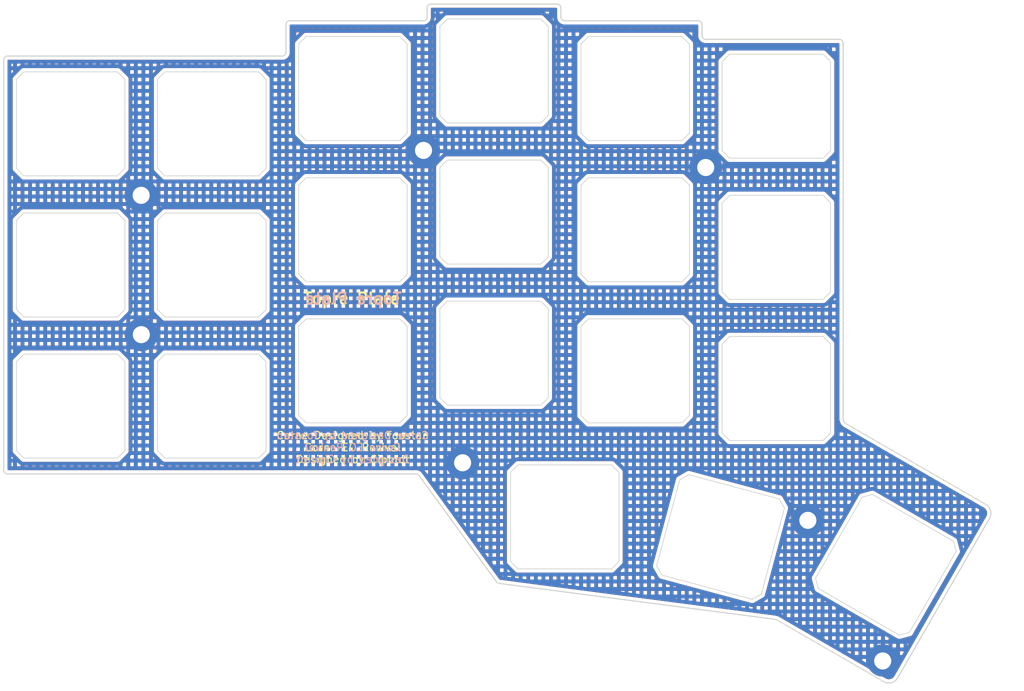
<source format=kicad_pcb>
(kicad_pcb (version 20211014) (generator pcbnew)
  (title_block (title "Corne EC Revival | NIZ Plate") (date "2022-01-28") (rev "1.0") (comment 1 "Copyright © 2024 Cipulot") (comment 2 "CC-BY-NC-SA-4.0"))
  (layers (0 "F.Cu" signal) (31 "B.Cu" signal) (34 "B.Paste" user) (35 "F.Paste" user) (36 "B.SilkS" user "B.Silkscreen") (37 "F.SilkS" user "F.Silkscreen") (38 "B.Mask" user) (39 "F.Mask" user) (44 "Edge.Cuts" user))
  (net 0 "")
  (net 1 "GNDA")
  (footprint "kbd:M2_Hole_TH" (layer "F.Cu") (at 105.6886 90.45)
    (fp_text reference "" (at 0 -3.2) (layer "F.SilkS"))
    (fp_text value "")
    (pad "" thru_hole circle locked (at 0 0) (size 4.2 4.2) (drill 2.3) (layers *.Cu *.Mask) (net 1 "GNDA"))
  )
  (footprint "kbd:M2_Hole_TH" (layer "F.Cu") (at 105.665 71.7)
    (fp_text reference "" (at 0 -3.2) (layer "F.SilkS"))
    (fp_text value "")
    (pad "" thru_hole circle locked (at 0 0) (size 4.2 4.2) (drill 2.3) (layers *.Cu *.Mask) (net 1 "GNDA"))
  )
  (footprint "kbd:M2_Hole_TH" (layer "F.Cu") (at 181.665 67.95)
    (fp_text reference "" (at 0 -3.2) (layer "F.SilkS"))
    (fp_text value "")
    (pad "" thru_hole circle locked (at 0 0) (size 4.2 4.2) (drill 2.3) (layers *.Cu *.Mask) (net 1 "GNDA"))
  )
  (footprint "kbd:M2_Hole_TH" (layer "F.Cu") (at 195.415 115.45)
    (fp_text reference "" (at 0 -3.2) (layer "F.SilkS"))
    (fp_text value "")
    (pad "" thru_hole circle locked (at 0 0) (size 4.2 4.2) (drill 2.3) (layers *.Cu *.Mask) (net 1 "GNDA"))
  )
  (footprint "kbd:M2_Hole_TH" (layer "F.Cu") (at 143.675 65.65)
    (fp_text reference "" (at 0 -3.2) (layer "F.SilkS"))
    (fp_text value "")
    (pad "" thru_hole circle locked (at 0 0) (size 4.2 4.2) (drill 2.3) (layers *.Cu *.Mask) (net 1 "GNDA"))
  )
  (footprint "kbd:M2_Hole_TH" (layer "F.Cu") (at 205.49 134.3788)
    (fp_text reference "" (at 0 -3.2) (layer "F.SilkS"))
    (fp_text value "")
    (pad "" thru_hole circle locked (at 0 0) (size 4.2 4.2) (drill 2.3) (layers *.Cu *.Mask) (net 1 "GNDA"))
  )
  (footprint "kbd:M2_Hole_TH" (layer "F.Cu") (at 148.9386 107.7)
    (fp_text reference "" (at 0 -3.2) (layer "F.SilkS"))
    (fp_text value "")
    (pad "" thru_hole circle locked (at 0 0) (size 4.2 4.2) (drill 2.3) (layers *.Cu *.Mask) (net 1 "GNDA"))
  )
  (gr_line (start 168.995 107.985) (end 156.395 107.985) (layer "Edge.Cuts") (width 0.1))
  (gr_line (start 179.475 63.325) (end 179.475 51.325) (layer "Edge.Cuts") (width 0.1))
  (gr_line (start 159.475 99.95) (end 160.475 98.95) (layer "Edge.Cuts") (width 0.1))
  (gr_line (start 198.475 72.7) (end 197.475 71.7) (layer "Edge.Cuts") (width 0.1))
  (gr_line (start 197.475 85.7) (end 198.475 84.7) (layer "Edge.Cuts") (width 0.1))
  (gr_line (start 102.475 55.075) (end 89.875 55.075) (layer "Edge.Cuts") (width 0.1))
  (gr_line (start 121.475 93.075) (end 108.875 93.075) (layer "Edge.Cuts") (width 0.1))
  (gr_arc (start 144.165 46.45) (mid 144.311447 46.096447) (end 144.665 45.95) (layer "Edge.Cuts") (width 0.15))
  (gr_line (start 169.995 120.985) (end 169.995 108.985) (layer "Edge.Cuts") (width 0.1))
  (gr_line (start 178.475 88.325) (end 165.875 88.325) (layer "Edge.Cuts") (width 0.1))
  (gr_line (start 140.475 102.325) (end 141.475 101.325) (layer "Edge.Cuts") (width 0.1))
  (gr_line (start 169.995 108.985) (end 168.995 107.985) (layer "Edge.Cuts") (width 0.1))
  (gr_line (start 175.759934 122.82492) (end 187.930599 126.08604) (layer "Edge.Cuts") (width 0.1))
  (gr_line (start 107.875 106.075) (end 108.875 107.075) (layer "Edge.Cuts") (width 0.1))
  (gr_line (start 197.475 104.7) (end 198.475 103.7) (layer "Edge.Cuts") (width 0.1))
  (gr_line (start 88.875 75.075) (end 88.875 87.075) (layer "Edge.Cuts") (width 0.1))
  (gr_line (start 145.875 79.95) (end 146.875 80.95) (layer "Edge.Cuts") (width 0.1))
  (gr_arc (start 200.515 102.425) (mid 200.261093 102.13374) (end 200.162282 101.760192) (layer "Edge.Cuts") (width 0.15))
  (gr_line (start 121.475 74.075) (end 108.875 74.075) (layer "Edge.Cuts") (width 0.1))
  (gr_line (start 198.475 91.7) (end 197.475 90.7) (layer "Edge.Cuts") (width 0.1))
  (gr_line (start 165.875 83.325) (end 178.475 83.325) (layer "Edge.Cuts") (width 0.1))
  (gr_arc (start 125.165 52.45) (mid 125.018553 52.803553) (end 124.665 52.95) (layer "Edge.Cuts") (width 0.15))
  (gr_arc (start 87.665 109.2) (mid 87.311447 109.053553) (end 87.165 108.7) (layer "Edge.Cuts") (width 0.15))
  (gr_line (start 89.875 69.075) (end 102.475 69.075) (layer "Edge.Cuts") (width 0.1))
  (gr_line (start 108.875 93.075) (end 107.875 94.075) (layer "Edge.Cuts") (width 0.1))
  (gr_line (start 127.875 88.325) (end 126.875 89.325) (layer "Edge.Cuts") (width 0.1))
  (gr_line (start 164.875 82.325) (end 165.875 83.325) (layer "Edge.Cuts") (width 0.1))
  (gr_line (start 141.475 70.325) (end 140.475 69.325) (layer "Edge.Cuts") (width 0.1))
  (gr_line (start 219.435509 113.346988) (end 200.515 102.425) (layer "Edge.Cuts") (width 0.15))
  (gr_line (start 160.475 60.95) (end 160.475 48.95) (layer "Edge.Cuts") (width 0.1))
  (gr_line (start 204.10904 111.963015) (end 202.743015 112.32904) (layer "Edge.Cuts") (width 0.1))
  (gr_line (start 127.875 69.325) (end 126.875 70.325) (layer "Edge.Cuts") (width 0.1))
  (gr_line (start 122.475 87.075) (end 122.475 75.075) (layer "Edge.Cuts") (width 0.1))
  (gr_line (start 126.875 51.325) (end 126.875 63.325) (layer "Edge.Cuts") (width 0.1))
  (gr_line (start 140.475 64.325) (end 141.475 63.325) (layer "Edge.Cuts") (width 0.1))
  (gr_line (start 122.475 75.075) (end 121.475 74.075) (layer "Edge.Cuts") (width 0.1))
  (gr_line (start 142.665 109.2) (end 87.665 109.2) (layer "Edge.Cuts") (width 0.15))
  (gr_line (start 140.475 69.325) (end 127.875 69.325) (layer "Edge.Cuts") (width 0.1))
  (gr_line (start 156.395 121.985) (end 168.995 121.985) (layer "Edge.Cuts") (width 0.1))
  (gr_arc (start 144.165 47.7) (mid 144.018553 48.053553) (end 143.665 48.2) (layer "Edge.Cuts") (width 0.15))
  (gr_line (start 145.875 67.95) (end 145.875 79.95) (layer "Edge.Cuts") (width 0.1))
  (gr_line (start 140.475 88.325) (end 127.875 88.325) (layer "Edge.Cuts") (width 0.1))
  (gr_line (start 191.554066 112.563078) (end 179.383401 109.301958) (layer "Edge.Cuts") (width 0.1))
  (gr_line (start 183.875 91.7) (end 183.875 103.7) (layer "Edge.Cuts") (width 0.1))
  (gr_line (start 102.475 107.075) (end 103.475 106.075) (layer "Edge.Cuts") (width 0.1))
  (gr_arc (start 162.665 48.2) (mid 162.311447 48.053553) (end 162.165 47.7) (layer "Edge.Cuts") (width 0.15))
  (gr_line (start 159.475 85.95) (end 146.875 85.95) (layer "Edge.Cuts") (width 0.1))
  (gr_line (start 198.475 103.7) (end 198.475 91.7) (layer "Edge.Cuts") (width 0.1))
  (gr_line (start 184.875 71.7) (end 183.875 72.7) (layer "Edge.Cuts") (width 0.1))
  (gr_line (start 107.875 87.075) (end 108.875 88.075) (layer "Edge.Cuts") (width 0.1))
  (gr_line (start 165.875 102.325) (end 178.475 102.325) (layer "Edge.Cuts") (width 0.1))
  (gr_line (start 108.875 107.075) (end 121.475 107.075) (layer "Edge.Cuts") (width 0.1))
  (gr_arc (start 161.665 45.95) (mid 162.018553 46.096447) (end 162.165 46.45) (layer "Edge.Cuts") (width 0.15))
  (gr_line (start 164.875 89.325) (end 164.875 101.325) (layer "Edge.Cuts") (width 0.1))
  (gr_line (start 126.875 82.325) (end 127.875 83.325) (layer "Edge.Cuts") (width 0.1))
  (gr_line (start 141.475 101.325) (end 141.475 89.325) (layer "Edge.Cuts") (width 0.1))
  (gr_line (start 153.915 123.95) (end 190.585556 128.720344) (layer "Edge.Cuts") (width 0.15))
  (gr_line (start 140.475 50.325) (end 127.875 50.325) (layer "Edge.Cuts") (width 0.1))
  (gr_line (start 189.155344 125.378933) (end 192.261173 113.787823) (layer "Edge.Cuts") (width 0.1))
  (gr_line (start 160.475 86.95) (end 159.475 85.95) (layer "Edge.Cuts") (width 0.1))
  (gr_line (start 165.875 69.325) (end 164.875 70.325) (layer "Edge.Cuts") (width 0.1))
  (gr_line (start 178.475 69.325) (end 165.875 69.325) (layer "Edge.Cuts") (width 0.1))
  (gr_line (start 162.165 47.7) (end 162.165 46.45) (layer "Edge.Cuts") (width 0.15))
  (gr_line (start 155.395 108.985) (end 155.395 120.985) (layer "Edge.Cuts") (width 0.1))
  (gr_line (start 183.875 84.7) (end 184.875 85.7) (layer "Edge.Cuts") (width 0.1))
  (gr_line (start 146.875 85.95) (end 145.875 86.95) (layer "Edge.Cuts") (width 0.1))
  (gr_line (start 126.875 70.325) (end 126.875 82.325) (layer "Edge.Cuts") (width 0.1))
  (gr_line (start 141.475 82.325) (end 141.475 70.325) (layer "Edge.Cuts") (width 0.1))
  (gr_line (start 145.875 60.95) (end 146.875 61.95) (layer "Edge.Cuts") (width 0.1))
  (gr_line (start 89.875 107.075) (end 102.475 107.075) (layer "Edge.Cuts") (width 0.1))
  (gr_line (start 125.165 48.7) (end 125.165 52.45) (layer "Edge.Cuts") (width 0.15))
  (gr_line (start 178.158656 110.009065) (end 175.052827 121.600175) (layer "Edge.Cuts") (width 0.1))
  (gr_line (start 145.875 86.95) (end 145.875 98.95) (layer "Edge.Cuts") (width 0.1))
  (gr_line (start 165.875 64.325) (end 178.475 64.325) (layer "Edge.Cuts") (width 0.1))
  (gr_line (start 145.875 48.95) (end 145.875 60.95) (layer "Edge.Cuts") (width 0.1))
  (gr_line (start 165.875 88.325) (end 164.875 89.325) (layer "Edge.Cuts") (width 0.1))
  (gr_line (start 187.930599 126.08604) (end 189.155344 125.378933) (layer "Edge.Cuts") (width 0.1))
  (gr_line (start 215.02096 118.263015) (end 204.10904 111.963015) (layer "Edge.Cuts") (width 0.1))
  (gr_line (start 121.475 88.075) (end 122.475 87.075) (layer "Edge.Cuts") (width 0.1))
  (gr_line (start 198.475 65.7) (end 198.475 53.7) (layer "Edge.Cuts") (width 0.1))
  (gr_line (start 179.383401 109.301958) (end 178.158656 110.009065) (layer "Edge.Cuts") (width 0.1))
  (gr_line (start 179.475 51.325) (end 178.475 50.325) (layer "Edge.Cuts") (width 0.1))
  (gr_line (start 146.875 47.95) (end 145.875 48.95) (layer "Edge.Cuts") (width 0.1))
  (gr_line (start 141.475 51.325) (end 140.475 50.325) (layer "Edge.Cuts") (width 0.1))
  (gr_line (start 160.475 67.95) (end 159.475 66.95) (layer "Edge.Cuts") (width 0.1))
  (gr_line (start 215.386985 119.62904) (end 215.02096 118.263015) (layer "Edge.Cuts") (width 0.1))
  (gr_line (start 159.475 61.95) (end 160.475 60.95) (layer "Edge.Cuts") (width 0.1))
  (gr_line (start 88.875 106.075) (end 89.875 107.075) (layer "Edge.Cuts") (width 0.1))
  (gr_line (start 155.395 120.985) (end 156.395 121.985) (layer "Edge.Cuts") (width 0.1))
  (gr_line (start 159.475 66.95) (end 146.875 66.95) (layer "Edge.Cuts") (width 0.1))
  (gr_line (start 121.475 69.075) (end 122.475 68.075) (layer "Edge.Cuts") (width 0.1))
  (gr_line (start 164.875 101.325) (end 165.875 102.325) (layer "Edge.Cuts") (width 0.1))
  (gr_line (start 140.475 83.325) (end 141.475 82.325) (layer "Edge.Cuts") (width 0.1))
  (gr_line (start 127.875 64.325) (end 140.475 64.325) (layer "Edge.Cuts") (width 0.1))
  (gr_line (start 146.875 80.95) (end 159.475 80.95) (layer "Edge.Cuts") (width 0.1))
  (gr_line (start 191.24 128.85) (end 205.534251 137.110956) (layer "Edge.Cuts") (width 0.15))
  (gr_line (start 88.875 56.075) (end 88.875 68.075) (layer "Edge.Cuts") (width 0.1))
  (gr_line (start 107.875 75.075) (end 107.875 87.075) (layer "Edge.Cuts") (width 0.1))
  (gr_line (start 159.475 47.95) (end 146.875 47.95) (layer "Edge.Cuts") (width 0.1))
  (gr_line (start 156.395 107.985) (end 155.395 108.985) (layer "Edge.Cuts") (width 0.1))
  (gr_arc (start 180.665 48.2) (mid 181.018553 48.346447) (end 181.165 48.7) (layer "Edge.Cuts") (width 0.15))
  (gr_line (start 124.665 52.95) (end 87.665 52.95) (layer "Edge.Cuts") (width 0.15))
  (gr_line (start 103.475 56.075) (end 102.475 55.075) (layer "Edge.Cuts") (width 0.1))
  (gr_line (start 196.443015 123.24096) (end 196.80904 124.606985) (layer "Edge.Cuts") (width 0.1))
  (gr_line (start 184.875 66.7) (end 197.475 66.7) (layer "Edge.Cuts") (width 0.1))
  (gr_line (start 108.875 74.075) (end 107.875 75.075) (layer "Edge.Cuts") (width 0.1))
  (gr_line (start 89.875 55.075) (end 88.875 56.075) (layer "Edge.Cuts") (width 0.1))
  (gr_line (start 141.475 63.325) (end 141.475 51.325) (layer "Edge.Cuts") (width 0.1))
  (gr_line (start 215.386985 119.62904) (end 209.086985 130.54096) (layer "Edge.Cuts") (width 0.1))
  (gr_line (start 179.475 82.325) (end 179.475 70.325) (layer "Edge.Cuts") (width 0.1))
  (gr_line (start 102.475 74.075) (end 89.875 74.075) (layer "Edge.Cuts") (width 0.1))
  (gr_line (start 178.475 102.325) (end 179.475 101.325) (layer "Edge.Cuts") (width 0.1))
  (gr_line (start 160.475 48.95) (end 159.475 47.95) (layer "Edge.Cuts") (width 0.1))
  (gr_line (start 196.80904 124.606985) (end 207.72096 130.906985) (layer "Edge.Cuts") (width 0.1))
  (gr_line (start 107.875 68.075) (end 108.875 69.075) (layer "Edge.Cuts") (width 0.1))
  (gr_arc (start 142.665 109.2) (mid 142.856342 109.23806) (end 143.018553 109.346447) (layer "Edge.Cuts") (width 0.15))
  (gr_line (start 184.875 52.7) (end 183.875 53.7) (layer "Edge.Cuts") (width 0.1))
  (gr_line (start 146.875 61.95) (end 159.475 61.95) (layer "Edge.Cuts") (width 0.1))
  (gr_line (start 179.475 70.325) (end 178.475 69.325) (layer "Edge.Cuts") (width 0.1))
  (gr_line (start 87.165 53.45) (end 87.165 108.7) (layer "Edge.Cuts") (width 0.15))
  (gr_line (start 89.875 74.075) (end 88.875 75.075) (layer "Edge.Cuts") (width 0.1))
  (gr_line (start 159.475 80.95) (end 160.475 79.95) (layer "Edge.Cuts") (width 0.1))
  (gr_line (start 122.475 56.075) (end 121.475 55.075) (layer "Edge.Cuts") (width 0.1))
  (gr_line (start 89.875 88.075) (end 102.475 88.075) (layer "Edge.Cuts") (width 0.1))
  (gr_line (start 192.261173 113.787823) (end 191.554066 112.563078) (layer "Edge.Cuts") (width 0.1))
  (gr_line (start 146.875 66.95) (end 145.875 67.95) (layer "Edge.Cuts") (width 0.1))
  (gr_line (start 184.875 104.7) (end 197.475 104.7) (layer "Edge.Cuts") (width 0.1))
  (gr_line (start 197.475 71.7) (end 184.875 71.7) (layer "Edge.Cuts") (width 0.1))
  (gr_line (start 121.475 55.075) (end 108.875 55.075) (layer "Edge.Cuts") (width 0.1))
  (gr_line (start 145.875 98.95) (end 146.875 99.95) (layer "Edge.Cuts") (width 0.1))
  (gr_line (start 122.475 68.075) (end 122.475 56.075) (layer "Edge.Cuts") (width 0.1))
  (gr_line (start 102.475 93.075) (end 89.875 93.075) (layer "Edge.Cuts") (width 0.1))
  (gr_arc (start 125.165 48.7) (mid 125.311447 48.346447) (end 125.665 48.2) (layer "Edge.Cuts") (width 0.15))
  (gr_line (start 178.475 50.325) (end 165.875 50.325) (layer "Edge.Cuts") (width 0.1))
  (gr_line (start 108.875 69.075) (end 121.475 69.075) (layer "Edge.Cuts") (width 0.1))
  (gr_line (start 202.743015 112.32904) (end 196.443015 123.24096) (layer "Edge.Cuts") (width 0.1))
  (gr_line (start 103.475 94.075) (end 102.475 93.075) (layer "Edge.Cuts") (width 0.1))
  (gr_line (start 146.875 99.95) (end 159.475 99.95) (layer "Edge.Cuts") (width 0.1))
  (gr_line (start 122.475 94.075) (end 121.475 93.075) (layer "Edge.Cuts") (width 0.1))
  (gr_arc (start 181.665 50.7) (mid 181.311447 50.553553) (end 181.165 50.2) (layer "Edge.Cuts") (width 0.15))
  (gr_line (start 198.475 53.7) (end 197.475 52.7) (layer "Edge.Cuts") (width 0.1))
  (gr_line (start 164.875 51.325) (end 164.875 63.325) (layer "Edge.Cuts") (width 0.1))
  (gr_line (start 143.665 48.2) (end 125.665 48.2) (layer "Edge.Cuts") (width 0.15))
  (gr_line (start 178.475 64.325) (end 179.475 63.325) (layer "Edge.Cuts") (width 0.1))
  (gr_line (start 184.875 90.7) (end 183.875 91.7) (layer "Edge.Cuts") (width 0.1))
  (gr_arc (start 207.462263 136.731465) (mid 206.577069 137.321617) (end 205.534251 137.110956) (layer "Edge.Cuts") (width 0.15))
  (gr_line (start 107.875 56.075) (end 107.875 68.075) (layer "Edge.Cuts") (width 0.1))
  (gr_line (start 200.165 51.2) (end 200.162282 101.760192) (layer "Edge.Cuts") (width 0.15))
  (gr_line (start 183.875 65.7) (end 184.875 66.7) (layer "Edge.Cuts") (width 0.1))
  (gr_line (start 183.875 72.7) (end 183.875 84.7) (layer "Edge.Cuts") (width 0.1))
  (gr_line (start 102.475 88.075) (end 103.475 87.075) (layer "Edge.Cuts") (width 0.1))
  (gr_line (start 103.475 106.075) (end 103.475 94.075) (layer "Edge.Cuts") (width 0.1))
  (gr_line (start 127.875 83.325) (end 140.475 83.325) (layer "Edge.Cuts") (width 0.1))
  (gr_line (start 102.475 69.075) (end 103.475 68.075) (layer "Edge.Cuts") (width 0.1))
  (gr_line (start 197.475 52.7) (end 184.875 52.7) (layer "Edge.Cuts") (width 0.1))
  (gr_line (start 127.875 102.325) (end 140.475 102.325) (layer "Edge.Cuts") (width 0.1))
  (gr_arc (start 190.585556 128.720344) (mid 190.915952 128.769149) (end 191.24 128.85) (layer "Edge.Cuts") (width 0.15))
  (gr_line (start 197.475 90.7) (end 184.875 90.7) (layer "Edge.Cuts") (width 0.1))
  (gr_line (start 88.875 68.075) (end 89.875 69.075) (layer "Edge.Cuts") (width 0.1))
  (gr_line (start 103.475 75.075) (end 102.475 74.075) (layer "Edge.Cuts") (width 0.1))
  (gr_line (start 121.475 107.075) (end 122.475 106.075) (layer "Edge.Cuts") (width 0.1))
  (gr_line (start 127.875 50.325) (end 126.875 51.325) (layer "Edge.Cuts") (width 0.1))
  (gr_arc (start 219.435509 113.346988) (mid 220.025661 114.232182) (end 219.815 115.275) (layer "Edge.Cuts") (width 0.15))
  (gr_arc (start 87.165 53.45) (mid 87.311447 53.096447) (end 87.665 52.95) (layer "Edge.Cuts") (width 0.15))
  (gr_line (start 108.875 88.075) (end 121.475 88.075) (layer "Edge.Cuts") (width 0.1))
  (gr_line (start 143.018553 109.346447) (end 153.561447 123.803553) (layer "Edge.Cuts") (width 0.15))
  (gr_line (start 160.475 79.95) (end 160.475 67.95) (layer "Edge.Cuts") (width 0.1))
  (gr_line (start 164.875 70.325) (end 164.875 82.325) (layer "Edge.Cuts") (width 0.1))
  (gr_line (start 180.665 48.2) (end 162.665 48.2) (layer "Edge.Cuts") (width 0.15))
  (gr_line (start 126.875 101.325) (end 127.875 102.325) (layer "Edge.Cuts") (width 0.1))
  (gr_line (start 88.875 94.075) (end 88.875 106.075) (layer "Edge.Cuts") (width 0.1))
  (gr_line (start 183.875 53.7) (end 183.875 65.7) (layer "Edge.Cuts") (width 0.1))
  (gr_line (start 168.995 121.985) (end 169.995 120.985) (layer "Edge.Cuts") (width 0.1))
  (gr_arc (start 199.665 50.7) (mid 200.018553 50.846447) (end 200.165 51.2) (layer "Edge.Cuts") (width 0.15))
  (gr_line (start 197.475 66.7) (end 198.475 65.7) (layer "Edge.Cuts") (width 0.1))
  (gr_line (start 122.475 106.075) (end 122.475 94.075) (layer "Edge.Cuts") (width 0.1))
  (gr_line (start 108.875 55.075) (end 107.875 56.075) (layer "Edge.Cuts") (width 0.1))
  (gr_line (start 107.875 94.075) (end 107.875 106.075) (layer "Edge.Cuts") (width 0.1))
  (gr_line (start 103.475 68.075) (end 103.475 56.075) (layer "Edge.Cuts") (width 0.1))
  (gr_line (start 198.475 84.7) (end 198.475 72.7) (layer "Edge.Cuts") (width 0.1))
  (gr_line (start 126.875 89.325) (end 126.875 101.325) (layer "Edge.Cuts") (width 0.1))
  (gr_line (start 103.475 87.075) (end 103.475 75.075) (layer "Edge.Cuts") (width 0.1))
  (gr_line (start 175.052827 121.600175) (end 175.759934 122.82492) (layer "Edge.Cuts") (width 0.1))
  (gr_line (start 183.875 103.7) (end 184.875 104.7) (layer "Edge.Cuts") (width 0.1))
  (gr_line (start 161.665 45.95) (end 144.665 45.95) (layer "Edge.Cuts") (width 0.15))
  (gr_line (start 184.875 85.7) (end 197.475 85.7) (layer "Edge.Cuts") (width 0.1))
  (gr_line (start 179.475 101.325) (end 179.475 89.325) (layer "Edge.Cuts") (width 0.1))
  (gr_line (start 88.875 87.075) (end 89.875 88.075) (layer "Edge.Cuts") (width 0.1))
  (gr_line (start 126.875 63.325) (end 127.875 64.325) (layer "Edge.Cuts") (width 0.1))
  (gr_line (start 160.475 98.95) (end 160.475 86.95) (layer "Edge.Cuts") (width 0.1))
  (gr_line (start 164.875 63.325) (end 165.875 64.325) (layer "Edge.Cuts") (width 0.1))
  (gr_line (start 178.475 83.325) (end 179.475 82.325) (layer "Edge.Cuts") (width 0.1))
  (gr_arc (start 153.915 123.95) (mid 153.723658 123.91194) (end 153.561447 123.803553) (layer "Edge.Cuts") (width 0.15))
  (gr_line (start 207.72096 130.906985) (end 209.086985 130.54096) (layer "Edge.Cuts") (width 0.1))
  (gr_line (start 199.665 50.7) (end 181.665 50.7) (layer "Edge.Cuts") (width 0.15))
  (gr_line (start 181.165 50.2) (end 181.165 48.7) (layer "Edge.Cuts") (width 0.15))
  (gr_line (start 165.875 50.325) (end 164.875 51.325) (layer "Edge.Cuts") (width 0.1))
  (gr_line (start 141.475 89.325) (end 140.475 88.325) (layer "Edge.Cuts") (width 0.1))
  (gr_line (start 144.165 46.45) (end 144.165 47.7) (layer "Edge.Cuts") (width 0.15))
  (gr_line (start 179.475 89.325) (end 178.475 88.325) (layer "Edge.Cuts") (width 0.1))
  (gr_line (start 207.462263 136.731465) (end 219.815 115.275) (layer "Edge.Cuts") (width 0.15))
  (gr_line (start 89.875 93.075) (end 88.875 94.075) (layer "Edge.Cuts") (width 0.1))
  (gr_text "Corne Designed by foostan\nCorne EC Revival\nDesigned by Cipulot" (at 134.14 105.6288) (layer "B.SilkS") (effects (font (size 1 1)) (justify mirror)))
  (gr_text "Topre Plate" (at 134.2 85.6) (layer "B.SilkS") (effects (font (size 1.5 1.5) (thickness 0.3)) (justify mirror)))
  (gr_text "Corne Designed by foostan\nCorne EC Revival\nDesigned by Cipulot" (at 134.14 105.6288) (layer "F.SilkS") (effects (font (size 1 1))))
  (gr_text "Topre Plate" (at 134 85.6) (layer "F.SilkS") (effects (font (size 1.5 1.5) (thickness 0.3))))
  (zone (net 1) (net_name "GNDA") (layers F&B.Cu) (connect_pads yes (clearance 0.508)) (min_thickness 0.254) (fill yes (mode hatch) (thermal_gap 0.508) (thermal_bridge_width 0.508) (hatch_thickness 0.508) (hatch_gap 0.508) (hatch_orientation 0) (hatch_border_algorithm hatch_thickness) (hatch_min_hole_area 0.3))
    (polygon (pts (xy 162.715 47.8038) (xy 181.74 47.8038) (xy 181.74 50.1538) (xy 200.715 50.1538) (xy 200.715 101.6288) (xy 221.265 113.5788) (xy 206.89 138.4038) (xy 191.04 129.2288) (xy 153.49 124.3538) (xy 142.815 109.5788) (xy 86.665 109.5788) (xy 86.665 52.5288) (xy 124.665 52.5288) (xy 124.665 47.7788) (xy 143.665 47.7788) (xy 143.665 45.4038) (xy 162.715 45.4038)))
  )
)
</source>
